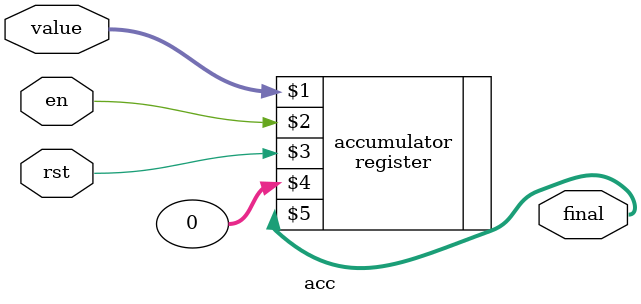
<source format=v>
`timescale 1ns / 1ps


module acc(value,en,rst,final);
input [7:0] value; input en, rst;
output [7:0]final;
register accumulator(value,en,rst,0,final);

endmodule
</source>
